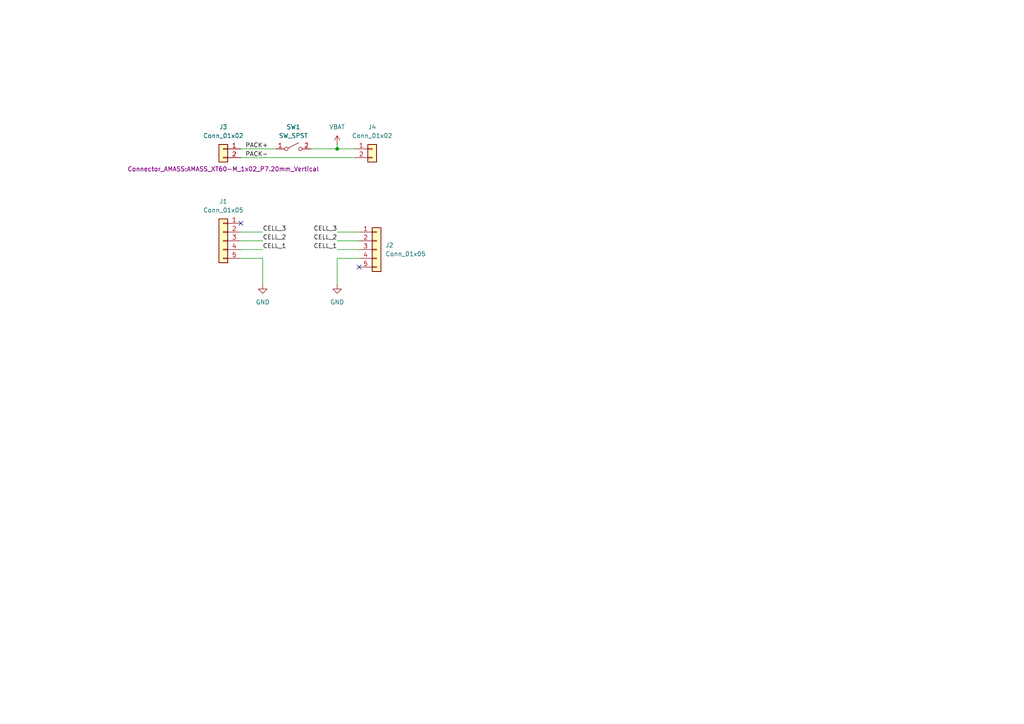
<source format=kicad_sch>
(kicad_sch (version 20231120) (generator "eeschema") (generator_version "8.0")
  (paper "A4")
  (lib_symbols
    (symbol "Connector_Generic:Conn_01x02" (pin_names (offset 1.016) hide)
      (property "Reference" "J" (at 0 2.54 0))
      (property "Value" "Conn_01x02" (at 0 -5.08 0))
      (symbol "Conn_01x02_1_1"
        (rectangle (start -1.27 -2.413) (end 0 -2.667) (stroke (width 0.1524)))
        (rectangle (start -1.27 0.127) (end 0 -0.127) (stroke (width 0.1524)))
        (rectangle (start -1.27 1.27) (end 1.27 -3.81) (stroke (width 0.254)) (fill (type background)))
        (pin passive line (at -5.08 0 0) (length 3.81) (name "Pin_1") (number "1"))
        (pin passive line (at -5.08 -2.54 0) (length 3.81) (name "Pin_2") (number "2"))
      )
    )
    (symbol "Connector_Generic:Conn_01x05" (pin_names (offset 1.016) hide)
      (property "Reference" "J" (at 0 7.62 0))
      (property "Value" "Conn_01x05" (at 0 -7.62 0))
      (symbol "Conn_01x05_1_1"
        (rectangle (start -1.27 -4.953) (end 0 -5.207) (stroke (width 0.1524)))
        (rectangle (start -1.27 -2.413) (end 0 -2.667) (stroke (width 0.1524)))
        (rectangle (start -1.27 0.127) (end 0 -0.127) (stroke (width 0.1524)))
        (rectangle (start -1.27 2.667) (end 0 2.413) (stroke (width 0.1524)))
        (rectangle (start -1.27 5.207) (end 0 4.953) (stroke (width 0.1524)))
        (rectangle (start -1.27 6.35) (end 1.27 -6.35) (stroke (width 0.254)) (fill (type background)))
        (pin passive line (at -5.08 5.08 0) (length 3.81) (name "Pin_1") (number "1"))
        (pin passive line (at -5.08 2.54 0) (length 3.81) (name "Pin_2") (number "2"))
        (pin passive line (at -5.08 0 0) (length 3.81) (name "Pin_3") (number "3"))
        (pin passive line (at -5.08 -2.54 0) (length 3.81) (name "Pin_4") (number "4"))
        (pin passive line (at -5.08 -5.08 0) (length 3.81) (name "Pin_5") (number "5"))
      )
    )
    (symbol "Switch:SW_SPST" (pin_names (offset 0) hide)
      (property "Reference" "SW" (at 0 3.175 0))
      (property "Value" "SW_SPST" (at 0 -2.54 0))
      (symbol "SW_SPST_0_0"
        (circle (center -2.032 0) (radius 0.508))
        (polyline (pts (xy -1.524 0.254) (xy 1.524 1.778)))
        (circle (center 2.032 0) (radius 0.508))
      )
      (symbol "SW_SPST_1_1"
        (pin passive line (at -5.08 0 0) (length 2.54) (name "A") (number "1"))
        (pin passive line (at 5.08 0 180) (length 2.54) (name "B") (number "2"))
      )
    )
    (symbol "power:GND" (power) (pin_numbers hide) (pin_names (offset 0) hide)
      (property "Value" "GND" (at 0 -3.81 0))
      (symbol "GND_0_1"
        (polyline (pts (xy 0 0) (xy 0 -1.27) (xy 1.27 -1.27) (xy 0 -2.54) (xy -1.27 -1.27) (xy 0 -1.27)))
      )
      (symbol "GND_1_1"
        (pin power_in line (at 0 0 270) (length 0) (name "~") (number "1"))
      )
    )
    (symbol "power:VAA" (power) (pin_numbers hide) (pin_names (offset 0) hide)
      (property "Value" "VAA" (at 0 3.556 0))
      (symbol "VAA_0_1"
        (polyline (pts (xy -0.762 1.27) (xy 0 2.54)))
        (polyline (pts (xy 0 0) (xy 0 2.54)))
        (polyline (pts (xy 0 2.54) (xy 0.762 1.27)))
      )
      (symbol "VAA_1_1"
        (pin power_in line (at 0 0 90) (length 0) (name "~") (number "1"))
      )
    )
  )
  (junction (at 97.79 43.18))
  (no_connect (at 69.85 64.77))
  (no_connect (at 104.14 77.47))
  (wire (pts (xy 97.79 74.93) (xy 97.79 82.55)))
  (wire (pts (xy 97.79 41.91) (xy 97.79 43.18)))
  (wire (pts (xy 90.17 43.18) (xy 97.79 43.18)))
  (wire (pts (xy 69.85 69.85) (xy 76.2 69.85)))
  (wire (pts (xy 97.79 43.18) (xy 102.87 43.18)))
  (wire (pts (xy 69.85 45.72) (xy 102.87 45.72)))
  (wire (pts (xy 69.85 43.18) (xy 80.01 43.18)))
  (wire (pts (xy 104.14 69.85) (xy 97.79 69.85)))
  (wire (pts (xy 69.85 72.39) (xy 76.2 72.39)))
  (wire (pts (xy 76.2 74.93) (xy 76.2 82.55)))
  (wire (pts (xy 69.85 74.93) (xy 76.2 74.93)))
  (wire (pts (xy 69.85 67.31) (xy 76.2 67.31)))
  (wire (pts (xy 104.14 74.93) (xy 97.79 74.93)))
  (wire (pts (xy 104.14 67.31) (xy 97.79 67.31)))
  (wire (pts (xy 104.14 72.39) (xy 97.79 72.39)))
  (label "PACK-" (at 71.12 45.72 0))
  (label "CELL_3" (at 76.2 67.31 0))
  (label "PACK+" (at 71.12 43.18 0))
  (label "CELL_3" (at 97.79 67.31 180))
  (label "CELL_2" (at 97.79 69.85 180))
  (label "CELL_1" (at 97.79 72.39 180))
  (label "CELL_2" (at 76.2 69.85 0))
  (label "CELL_1" (at 76.2 72.39 0))
  (symbol (lib_id "power:GND") (at 97.79 82.55 0) (mirror y) (unit 1)
    (property "Reference" "#PWR04" (effects (hide yes)))
    (property "Value" "GND" (at 97.79 87.63 0))
    (property "Description" "Power symbol creates a global label with name \"GND\" , ground" (effects (hide yes)))
  )
  (symbol (lib_id "Connector_Generic:Conn_01x02") (at 107.95 43.18 0) (unit 1)
    (property "Reference" "J4" (at 107.95 36.83 0))
    (property "Value" "Conn_01x02" (at 107.95 39.37 0))
    (property "Description" "Generic connector, single row, 01x02, script generated (kicad-library-utils/schlib/autogen/connector/)" (effects (hide yes)))
  )
  (symbol (lib_id "Connector_Generic:Conn_01x05") (at 64.77 69.85 0) (mirror y) (unit 1)
    (property "Reference" "J1" (at 64.77 58.42 0))
    (property "Value" "Conn_01x05" (at 64.77 60.96 0))
    (property "Footprint" "Connector_JST:JST_XH_B5B-XH-AM_1x05_P2.50mm_Vertical" (effects (hide yes)))
    (property "Description" "Generic connector, single row, 01x05, script generated (kicad-library-utils/schlib/autogen/connector/)" (effects (hide yes)))
  )
  (symbol (lib_id "Connector_Generic:Conn_01x05") (at 109.22 72.39 0) (unit 1)
    (property "Reference" "J2" (at 111.76 71.1199 0) (effects (justify left)))
    (property "Value" "Conn_01x05" (at 111.76 73.6599 0) (effects (justify left)))
    (property "Footprint" "Connector_JST:JST_PH_B5B-PH-K_1x05_P2.00mm_Vertical" (effects (hide yes)))
    (property "Description" "Generic connector, single row, 01x05, script generated (kicad-library-utils/schlib/autogen/connector/)" (effects (hide yes)))
  )
  (symbol (lib_id "Switch:SW_SPST") (at 85.09 43.18 0) (unit 1)
    (property "Reference" "SW1" (at 85.09 36.83 0))
    (property "Value" "SW_SPST" (at 85.09 39.37 0))
    (property "Description" "Single Pole Single Throw (SPST) switch" (effects (hide yes)))
  )
  (symbol (lib_id "power:GND") (at 76.2 82.55 0) (unit 1)
    (property "Reference" "#PWR02" (effects (hide yes)))
    (property "Value" "GND" (at 76.2 87.63 0))
    (property "Description" "Power symbol creates a global label with name \"GND\" , ground" (effects (hide yes)))
  )
  (symbol (lib_id "Connector_Generic:Conn_01x02") (at 64.77 43.18 0) (mirror y) (unit 1)
    (property "Reference" "J3" (at 64.77 36.83 0))
    (property "Value" "Conn_01x02" (at 64.77 39.37 0))
    (property "Footprint" "Connector_AMASS:AMASS_XT60-M_1x02_P7.20mm_Vertical" (at 64.77 49.022 0))
    (property "Description" "Generic connector, single row, 01x02, script generated (kicad-library-utils/schlib/autogen/connector/)" (effects (hide yes)))
  )
  (symbol (lib_id "power:VAA") (at 97.79 41.91 0) (unit 1)
    (property "Reference" "#PWR03" (effects (hide yes)))
    (property "Value" "VBAT" (at 97.79 36.83 0))
    (property "Description" "Power symbol creates a global label with name \"VAA\"" (effects (hide yes)))
  )
)
</source>
